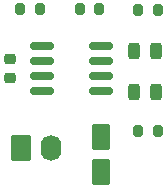
<source format=gbr>
%TF.GenerationSoftware,KiCad,Pcbnew,9.0.2*%
%TF.CreationDate,2025-10-01T12:11:13+03:00*%
%TF.ProjectId,555_flip_flop,3535355f-666c-4697-905f-666c6f702e6b,rev?*%
%TF.SameCoordinates,Original*%
%TF.FileFunction,Soldermask,Top*%
%TF.FilePolarity,Negative*%
%FSLAX46Y46*%
G04 Gerber Fmt 4.6, Leading zero omitted, Abs format (unit mm)*
G04 Created by KiCad (PCBNEW 9.0.2) date 2025-10-01 12:11:13*
%MOMM*%
%LPD*%
G01*
G04 APERTURE LIST*
G04 Aperture macros list*
%AMRoundRect*
0 Rectangle with rounded corners*
0 $1 Rounding radius*
0 $2 $3 $4 $5 $6 $7 $8 $9 X,Y pos of 4 corners*
0 Add a 4 corners polygon primitive as box body*
4,1,4,$2,$3,$4,$5,$6,$7,$8,$9,$2,$3,0*
0 Add four circle primitives for the rounded corners*
1,1,$1+$1,$2,$3*
1,1,$1+$1,$4,$5*
1,1,$1+$1,$6,$7*
1,1,$1+$1,$8,$9*
0 Add four rect primitives between the rounded corners*
20,1,$1+$1,$2,$3,$4,$5,0*
20,1,$1+$1,$4,$5,$6,$7,0*
20,1,$1+$1,$6,$7,$8,$9,0*
20,1,$1+$1,$8,$9,$2,$3,0*%
G04 Aperture macros list end*
%ADD10RoundRect,0.150000X-0.825000X-0.150000X0.825000X-0.150000X0.825000X0.150000X-0.825000X0.150000X0*%
%ADD11RoundRect,0.243750X-0.243750X-0.456250X0.243750X-0.456250X0.243750X0.456250X-0.243750X0.456250X0*%
%ADD12RoundRect,0.200000X-0.200000X-0.275000X0.200000X-0.275000X0.200000X0.275000X-0.200000X0.275000X0*%
%ADD13RoundRect,0.250000X-0.620000X-0.845000X0.620000X-0.845000X0.620000X0.845000X-0.620000X0.845000X0*%
%ADD14O,1.740000X2.190000*%
%ADD15RoundRect,0.225000X0.250000X-0.225000X0.250000X0.225000X-0.250000X0.225000X-0.250000X-0.225000X0*%
%ADD16RoundRect,0.250000X-0.550000X0.850000X-0.550000X-0.850000X0.550000X-0.850000X0.550000X0.850000X0*%
G04 APERTURE END LIST*
D10*
%TO.C,U1*%
X49475000Y-26345000D03*
X49475000Y-27615000D03*
X49475000Y-28885000D03*
X49475000Y-30155000D03*
X44525000Y-30155000D03*
X44525000Y-28885000D03*
X44525000Y-27615000D03*
X44525000Y-26345000D03*
%TD*%
D11*
%TO.C,D2*%
X52312500Y-30250000D03*
X54187500Y-30250000D03*
%TD*%
D12*
%TO.C,R1*%
X54275000Y-23290000D03*
X52625000Y-23290000D03*
%TD*%
%TO.C,R2*%
X52625000Y-33500000D03*
X54275000Y-33500000D03*
%TD*%
D11*
%TO.C,D1*%
X52312500Y-26750000D03*
X54187500Y-26750000D03*
%TD*%
D12*
%TO.C,R4*%
X47675000Y-23250000D03*
X49325000Y-23250000D03*
%TD*%
%TO.C,R3*%
X42675000Y-23250000D03*
X44325000Y-23250000D03*
%TD*%
D13*
%TO.C,J1*%
X42725000Y-35020000D03*
D14*
X45265000Y-35020000D03*
%TD*%
D15*
%TO.C,C2*%
X41750000Y-29025000D03*
X41750000Y-27475000D03*
%TD*%
D16*
%TO.C,C1*%
X49500000Y-34050000D03*
X49500000Y-37050000D03*
%TD*%
M02*

</source>
